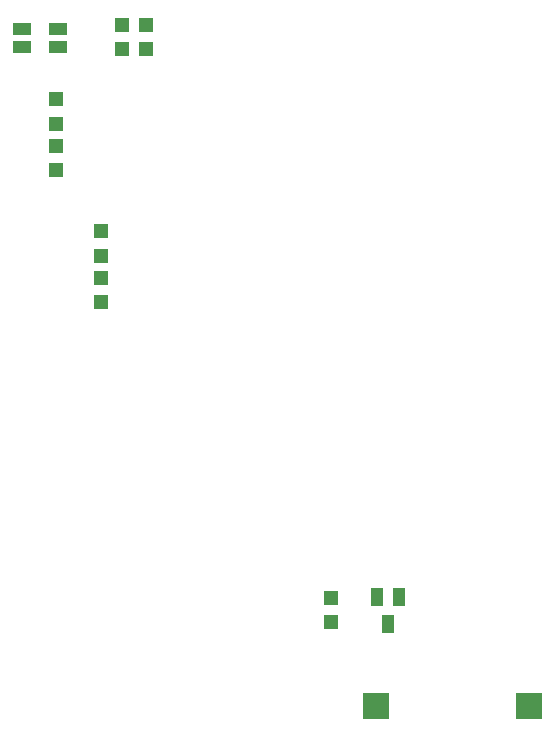
<source format=gbr>
G04 EAGLE Gerber RS-274X export*
G75*
%MOMM*%
%FSLAX34Y34*%
%LPD*%
%INSolderpaste Top*%
%IPPOS*%
%AMOC8*
5,1,8,0,0,1.08239X$1,22.5*%
G01*
%ADD10R,1.500000X1.100000*%
%ADD11R,1.200000X1.300000*%
%ADD12R,1.200000X1.200000*%
%ADD13R,1.300000X1.200000*%
%ADD14R,2.200000X2.200000*%
%ADD15R,1.000000X1.500000*%


D10*
X188500Y696500D03*
X218500Y696500D03*
X218500Y681500D03*
X188500Y681500D03*
D11*
X293160Y700000D03*
X272840Y700000D03*
X293160Y680000D03*
X272840Y680000D03*
D12*
X255000Y525500D03*
X255000Y504500D03*
D13*
X255000Y486160D03*
X255000Y465840D03*
X217000Y597160D03*
X217000Y576840D03*
D12*
X217000Y637500D03*
X217000Y616500D03*
D14*
X488100Y123000D03*
X618100Y123000D03*
D15*
X507900Y215400D03*
X488900Y215400D03*
X498400Y192400D03*
D13*
X450100Y194240D03*
X450100Y214560D03*
M02*

</source>
